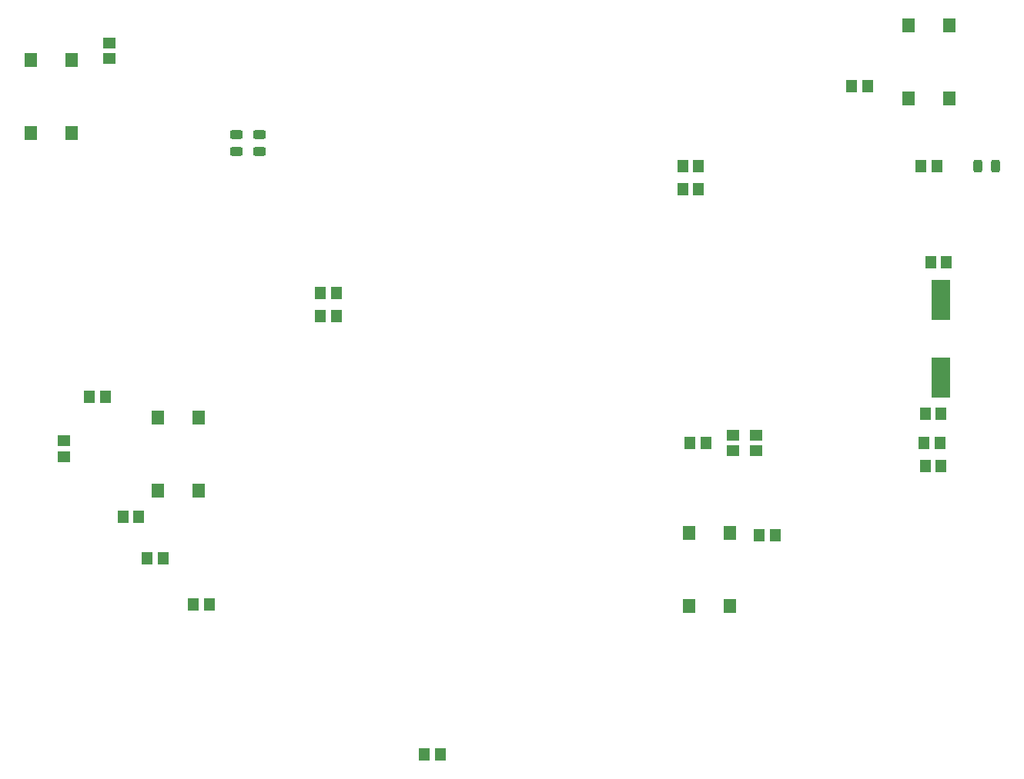
<source format=gbr>
%TF.GenerationSoftware,KiCad,Pcbnew,(6.0.5-0)*%
%TF.CreationDate,2022-07-19T01:27:06-07:00*%
%TF.ProjectId,clock_design,636c6f63-6b5f-4646-9573-69676e2e6b69,rev?*%
%TF.SameCoordinates,PX56c8cc0PY97a25c0*%
%TF.FileFunction,Paste,Top*%
%TF.FilePolarity,Positive*%
%FSLAX46Y46*%
G04 Gerber Fmt 4.6, Leading zero omitted, Abs format (unit mm)*
G04 Created by KiCad (PCBNEW (6.0.5-0)) date 2022-07-19 01:27:06*
%MOMM*%
%LPD*%
G01*
G04 APERTURE LIST*
G04 Aperture macros list*
%AMRoundRect*
0 Rectangle with rounded corners*
0 $1 Rounding radius*
0 $2 $3 $4 $5 $6 $7 $8 $9 X,Y pos of 4 corners*
0 Add a 4 corners polygon primitive as box body*
4,1,4,$2,$3,$4,$5,$6,$7,$8,$9,$2,$3,0*
0 Add four circle primitives for the rounded corners*
1,1,$1+$1,$2,$3*
1,1,$1+$1,$4,$5*
1,1,$1+$1,$6,$7*
1,1,$1+$1,$8,$9*
0 Add four rect primitives between the rounded corners*
20,1,$1+$1,$2,$3,$4,$5,0*
20,1,$1+$1,$4,$5,$6,$7,0*
20,1,$1+$1,$6,$7,$8,$9,0*
20,1,$1+$1,$8,$9,$2,$3,0*%
G04 Aperture macros list end*
%ADD10R,1.400000X1.600000*%
%ADD11R,1.150000X1.400000*%
%ADD12R,1.400000X1.150000*%
%ADD13R,2.000000X4.500000*%
%ADD14RoundRect,0.243750X0.456250X-0.243750X0.456250X0.243750X-0.456250X0.243750X-0.456250X-0.243750X0*%
%ADD15RoundRect,0.243750X0.243750X0.456250X-0.243750X0.456250X-0.243750X-0.456250X0.243750X-0.456250X0*%
G04 APERTURE END LIST*
D10*
%TO.C,SW2*%
X11580000Y80450000D03*
X11580000Y72450000D03*
X7080000Y80450000D03*
X7080000Y72450000D03*
%TD*%
D11*
%TO.C,C3*%
X105449246Y35810000D03*
X107149246Y35810000D03*
%TD*%
%TO.C,R21*%
X24990000Y20570000D03*
X26690000Y20570000D03*
%TD*%
D12*
%TO.C,C12*%
X10723598Y36832927D03*
X10723598Y38532927D03*
%TD*%
D13*
%TO.C,Y1*%
X107120000Y54030000D03*
X107120000Y45530000D03*
%TD*%
D11*
%TO.C,C7*%
X107775970Y58186564D03*
X106075970Y58186564D03*
%TD*%
D14*
%TO.C,D1*%
X29650000Y70432500D03*
X29650000Y72307500D03*
%TD*%
D12*
%TO.C,R10*%
X84260000Y39200000D03*
X84260000Y37500000D03*
%TD*%
D11*
%TO.C,C6*%
X107188703Y41547341D03*
X105488703Y41547341D03*
%TD*%
%TO.C,R18*%
X19910000Y25650000D03*
X21610000Y25650000D03*
%TD*%
%TO.C,R5*%
X18945914Y30197969D03*
X17245914Y30197969D03*
%TD*%
%TO.C,C2*%
X105336468Y38350000D03*
X107036468Y38350000D03*
%TD*%
D10*
%TO.C,SW5*%
X79470000Y20380000D03*
X79470000Y28380000D03*
X83970000Y20380000D03*
X83970000Y28380000D03*
%TD*%
D11*
%TO.C,R13*%
X13560000Y43430000D03*
X15260000Y43430000D03*
%TD*%
D12*
%TO.C,R12*%
X15680000Y82380000D03*
X15680000Y80680000D03*
%TD*%
D15*
%TO.C,D4*%
X113137500Y68830000D03*
X111262500Y68830000D03*
%TD*%
D11*
%TO.C,R20*%
X99080000Y77594340D03*
X97380000Y77594340D03*
%TD*%
%TO.C,R15*%
X88920000Y28190000D03*
X87220000Y28190000D03*
%TD*%
%TO.C,R17*%
X105000000Y68830000D03*
X106700000Y68830000D03*
%TD*%
%TO.C,C19*%
X78792510Y68814778D03*
X80492510Y68814778D03*
%TD*%
D10*
%TO.C,SW3*%
X21050000Y33080000D03*
X21050000Y41080000D03*
X25550000Y33080000D03*
X25550000Y41080000D03*
%TD*%
D11*
%TO.C,C26*%
X40660000Y52320000D03*
X38960000Y52320000D03*
%TD*%
%TO.C,R11*%
X50390000Y4060000D03*
X52090000Y4060000D03*
%TD*%
D14*
%TO.C,D2*%
X32190000Y70432500D03*
X32190000Y72307500D03*
%TD*%
D11*
%TO.C,C25*%
X78792510Y66274778D03*
X80492510Y66274778D03*
%TD*%
D10*
%TO.C,SW4*%
X108100000Y84260000D03*
X108100000Y76260000D03*
X103600000Y84260000D03*
X103600000Y76260000D03*
%TD*%
D11*
%TO.C,C20*%
X40660000Y54860000D03*
X38960000Y54860000D03*
%TD*%
D12*
%TO.C,R9*%
X86800000Y39200000D03*
X86800000Y37500000D03*
%TD*%
D11*
%TO.C,R1*%
X81300000Y38350000D03*
X79600000Y38350000D03*
%TD*%
M02*

</source>
